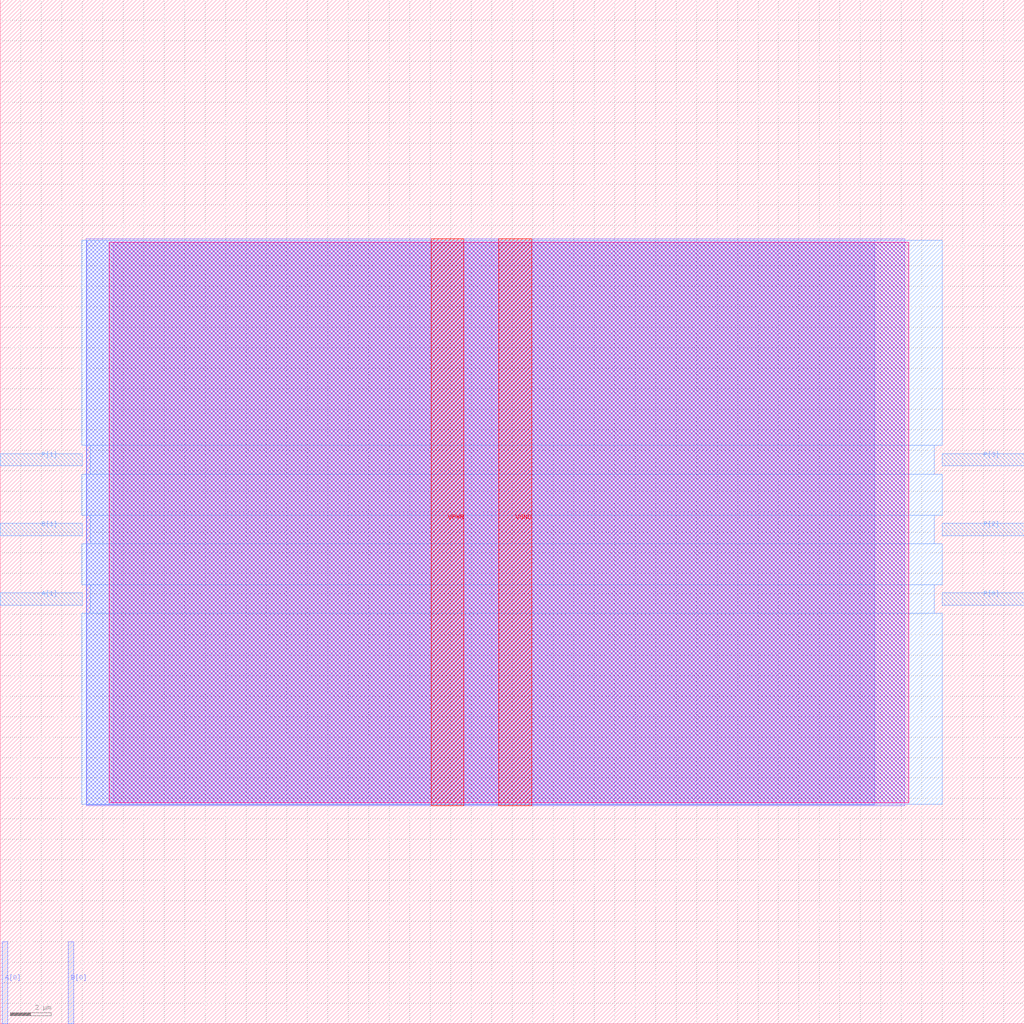
<source format=lef>
VERSION 5.7 ;
  NOWIREEXTENSIONATPIN ON ;
  DIVIDERCHAR "/" ;
  BUSBITCHARS "[]" ;
MACRO SarsanStepsNada_e8_1
  CLASS BLOCK ;
  FOREIGN SarsanStepsNada_e8_1 ;
  ORIGIN 0.000 0.000 ;
  SIZE 50.000 BY 50.000 ;
  PIN A[0]
    DIRECTION INPUT ;
    USE SIGNAL ;
    PORT
      LAYER met2 ;
        RECT 0.090 0.000 0.370 4.000 ;
    END
  END A[0]
  PIN A[1]
    DIRECTION INPUT ;
    USE SIGNAL ;
    ANTENNAGATEAREA 0.196500 ;
    PORT
      LAYER met3 ;
        RECT 0.000 20.440 4.000 21.040 ;
    END
  END A[1]
  PIN B[0]
    DIRECTION INPUT ;
    USE SIGNAL ;
    PORT
      LAYER met2 ;
        RECT 3.310 0.000 3.590 4.000 ;
    END
  END B[0]
  PIN B[1]
    DIRECTION INPUT ;
    USE SIGNAL ;
    ANTENNAGATEAREA 0.196500 ;
    PORT
      LAYER met3 ;
        RECT 0.000 23.840 4.000 24.440 ;
    END
  END B[1]
  PIN P[0]
    DIRECTION OUTPUT ;
    USE SIGNAL ;
    PORT
      LAYER met3 ;
        RECT 46.000 20.440 50.000 21.040 ;
    END
  END P[0]
  PIN P[1]
    DIRECTION OUTPUT ;
    USE SIGNAL ;
    ANTENNADIFFAREA 0.445500 ;
    PORT
      LAYER met3 ;
        RECT 0.000 27.240 4.000 27.840 ;
    END
  END P[1]
  PIN P[2]
    DIRECTION OUTPUT ;
    USE SIGNAL ;
    ANTENNADIFFAREA 0.445500 ;
    PORT
      LAYER met3 ;
        RECT 46.000 23.840 50.000 24.440 ;
    END
  END P[2]
  PIN P[3]
    DIRECTION OUTPUT ;
    USE SIGNAL ;
    PORT
      LAYER met3 ;
        RECT 46.000 27.240 50.000 27.840 ;
    END
  END P[3]
  PIN VGND
    DIRECTION INOUT ;
    USE GROUND ;
    PORT
      LAYER met4 ;
        RECT 24.340 10.640 25.940 38.320 ;
    END
  END VGND
  PIN VPWR
    DIRECTION INOUT ;
    USE POWER ;
    PORT
      LAYER met4 ;
        RECT 21.040 10.640 22.640 38.320 ;
    END
  END VPWR
  OBS
      LAYER nwell ;
        RECT 5.330 10.795 44.350 38.165 ;
      LAYER li1 ;
        RECT 5.520 10.795 44.160 38.165 ;
      LAYER met1 ;
        RECT 4.210 10.640 44.160 38.320 ;
      LAYER met2 ;
        RECT 4.230 10.695 42.690 38.265 ;
      LAYER met3 ;
        RECT 3.990 28.240 46.000 38.245 ;
        RECT 4.400 26.840 45.600 28.240 ;
        RECT 3.990 24.840 46.000 26.840 ;
        RECT 4.400 23.440 45.600 24.840 ;
        RECT 3.990 21.440 46.000 23.440 ;
        RECT 4.400 20.040 45.600 21.440 ;
        RECT 3.990 10.715 46.000 20.040 ;
  END
END SarsanStepsNada_e8_1
END LIBRARY


</source>
